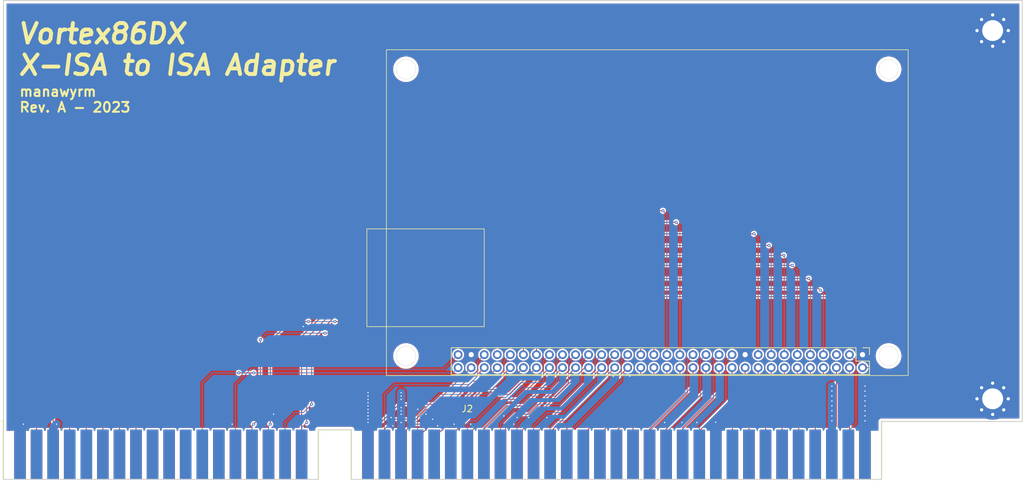
<source format=kicad_pcb>
(kicad_pcb (version 20221018) (generator pcbnew)
  (layers (0 "F.Cu" signal) (1 "In1.Cu" signal) (2 "In2.Cu" signal) (31 "B.Cu" signal) (34 "B.Paste" user) (35 "F.Paste" user) (36 "B.SilkS" user "B.Silkscreen") (37 "F.SilkS" user "F.Silkscreen") (38 "B.Mask" user) (39 "F.Mask" user) (44 "Edge.Cuts" user))
  (net 0 "")
  (net 1 "GND")
  (net 2 "+5V")
  (net 3 "/IO{slash}~{IOCHK}")
  (net 4 "/DB6{slash}SD6")
  (net 5 "/DB5{slash}SD5")
  (net 6 "/DB4{slash}SD4")
  (net 7 "/DB3{slash}SD3")
  (net 8 "/DB2{slash}SD2")
  (net 9 "/DB1{slash}SD1")
  (net 10 "/DB0{slash}SD0")
  (net 11 "/IO_READY{slash}IOCHRDY")
  (net 12 "/AEN")
  (net 13 "/BA19{slash}SA19")
  (net 14 "/BA18{slash}SA18")
  (net 15 "/BA17{slash}SA17")
  (net 16 "/BA16{slash}SA16")
  (net 17 "/BA15{slash}SA15")
  (net 18 "/BA14{slash}SA14")
  (net 19 "/BA13{slash}SA13")
  (net 20 "/BA12{slash}SA12")
  (net 21 "/BA1{slash}SA1")
  (net 22 "/BA10{slash}SA10")
  (net 23 "/BA9{slash}SA9")
  (net 24 "/BA8{slash}SA8")
  (net 25 "/BA7{slash}SA7")
  (net 26 "/BA6{slash}SA6")
  (net 27 "/BA5{slash}SA5")
  (net 28 "/BA4{slash}SA4")
  (net 29 "/BA3{slash}SA3")
  (net 30 "/DB7{slash}SD7")
  (net 31 "/BA2{slash}SA2")
  (net 32 "/BA0{slash}SA0")
  (net 33 "/RESET")
  (net 34 "/IRQ2{slash}IRQ9")
  (net 35 "-5V")
  (net 36 "/DRQ2")
  (net 37 "-12V")
  (net 38 "/~{SRDY}")
  (net 39 "+12V")
  (net 40 "/~{SMEMW}")
  (net 41 "/~{SMEMR}")
  (net 42 "/~{IOW}")
  (net 43 "/~{IOR}")
  (net 44 "/DRQ3")
  (net 45 "/DRQ1")
  (net 46 "/CLK{slash}BCLK")
  (net 47 "/IRQ7")
  (net 48 "/IRQ6")
  (net 49 "/IRQ5")
  (net 50 "/IRQ4")
  (net 51 "/IRQ3")
  (net 52 "/TC")
  (net 53 "/ALE{slash}BALE")
  (net 54 "/OSC")
  (net 55 "/LA23")
  (net 56 "/LA22")
  (net 57 "/LA21")
  (net 58 "/LA20")
  (net 59 "/LA19")
  (net 60 "/LA18")
  (net 61 "/LA17")
  (net 62 "/D8{slash}SD8")
  (net 63 "/D9{slash}SD9")
  (net 64 "/D10{slash}SD10")
  (net 65 "/D11{slash}SD11")
  (net 66 "/D12{slash}SD12")
  (net 67 "/D13{slash}SD13")
  (net 68 "/D14{slash}SD14")
  (net 69 "/D15{slash}SD15")
  (net 70 "/IRQ10")
  (net 71 "/IRQ11")
  (net 72 "/IRQ12")
  (net 73 "/IRQ15")
  (net 74 "/IRQ14")
  (net 75 "/DRQ0")
  (net 76 "/DRQ5")
  (net 77 "/DRQ6")
  (net 78 "/~{DACK7}")
  (net 79 "/DRQ7")
  (net 80 "/MASTER{slash}~{MASTER}")
  (net 81 "/BA11{slash}SA11")
  (net 82 "/~{DACK3")
  (net 83 "/~{DACK1")
  (net 84 "/~{REFRESH")
  (net 85 "/~{DACK2")
  (net 86 "/~{MEMCS16")
  (net 87 "/~{IOCS16")
  (net 88 "/~{DACK0")
  (net 89 "/~{DACK5")
  (net 90 "/~{DACK6")
  (net 91 "/SBHE{slash}~{SBHE")
  (net 92 "/~{MEMR")
  (net 93 "/~{MEMW")
  (footprint "MountingHole:MountingHole_3.2mm_M3_Pad_Via" (layer "F.Cu") (at 195.08 149.015)
    (fp_text reference "H1" hide)
    (fp_text value "~" hide)
  )
  (footprint "MountingHole:MountingHole_3.2mm_M3_Pad_Via" (layer "F.Cu") (at 195.08 92.5)
    (fp_text reference "H2" hide)
    (fp_text value "~" hide)
  )
  (footprint "Connector_PCBEdge:BUS_AT" (layer "F.Cu") (at 175.5 157.54)
    (fp_text reference "J2")
    (fp_text value "Bus_ISA_16bit" hide)
  )
  (footprint "VortexDX:VDX-6317" (layer "F.Cu") (at 102.132 95.44)
    (fp_text reference "U1" hide)
    (fp_text value "~" hide)
    (fp_circle (center 3 3) (end 4.5 3) (stroke (width 0.05)) (fill none) (layer "Edge.Cuts"))
    (fp_circle (center 3 47) (end 4.5 47) (stroke (width 0.05)) (fill none) (layer "Edge.Cuts"))
    (fp_circle (center 77 3) (end 78.5 3) (stroke (width 0.05)) (fill none) (layer "Edge.Cuts"))
    (fp_circle (center 77 47) (end 78.5 47) (stroke (width 0.05)) (fill none) (layer "Edge.Cuts"))
  )
  (gr_line (start 43.42 161.39) (end 91.68 161.39) (stroke (width 0.15)) (layer "Edge.Cuts"))
  (gr_line (start 96.76 161.39) (end 178.04 161.39) (stroke (width 0.15)) (layer "Edge.Cuts"))
  (gr_line (start 43.42 87.884) (end 43.42 161.39) (stroke (width 0.15)) (layer "Edge.Cuts"))
  (gr_line (start 199.63 152.5) (end 199.63 87.884) (stroke (width 0.15)) (layer "Edge.Cuts"))
  (gr_line (start 199.63 87.884) (end 43.42 87.884) (stroke (width 0.15)) (layer "Edge.Cuts"))
  (gr_line (start 96.76 153.77) (end 96.76 161.39) (stroke (width 0.15)) (layer "Edge.Cuts"))
  (gr_line (start 178.04 161.39) (end 178.04 152.5) (stroke (width 0.15)) (layer "Edge.Cuts"))
  (gr_line (start 178.04 152.5) (end 199.63 152.5) (stroke (width 0.15)) (layer "Edge.Cuts"))
  (gr_line (start 91.68 161.39) (end 91.68 153.77) (stroke (width 0.15)) (layer "Edge.Cuts"))
  (gr_line (start 91.68 153.77) (end 96.76 153.77) (stroke (width 0.15)) (layer "Edge.Cuts"))
  (gr_text "manawyrm \nRev. A - 2023" (at 45.72 105.156) (layer "F.SilkS") (effects (font (size 1.5 1.5) (thickness 0.3) bold) (justify left bottom)))
  (gr_text "Vortex86DX\nX-ISA to ISA Adapter\n" (at 45.466 99.568) (layer "F.SilkS") (effects (font (size 3 3) (thickness 0.6) bold italic) (justify left bottom)))
  (via (at 147.447 152.654) (size 0.45) (drill 0.2) (layers "F.Cu" "B.Cu") (net 1))
  (via (at 84.836 151.384) (size 0.45) (drill 0.2) (layers "F.Cu" "B.Cu") (net 1))
  (via (at 99.314 152.654) (size 0.45) (drill 0.2) (layers "F.Cu" "B.Cu") (net 1))
  (via (at 175.514 151.638) (size 0.45) (drill 0.2) (layers "F.Cu" "B.Cu") (net 1))
  (via (at 126.746 151.892) (size 0.45) (drill 0.2) (layers "F.Cu" "B.Cu") (net 1))
  (via (at 99.314 151.13) (size 0.45) (drill 0.2) (layers "F.Cu" "B.Cu") (net 1))
  (via (at 175.514 147.828) (size 0.45) (drill 0.2) (layers "F.Cu" "B.Cu") (net 1))
  (via (at 121.666 152.908) (size 0.45) (drill 0.2) (layers "F.Cu" "B.Cu") (net 1))
  (via (at 99.314 152.146) (size 0.45) (drill 0.2) (layers "F.Cu" "B.Cu") (net 1))
  (via (at 120.142 151.638) (size 0.45) (drill 0.2) (layers "F.Cu" "B.Cu") (net 1))
  (via (at 108.204 151.384) (size 0.45) (drill 0.2) (layers "F.Cu" "B.Cu") (net 1))
  (via (at 103.124 153.162) (size 0.45) (drill 0.2) (layers "F.Cu" "B.Cu") (net 1))
  (via (at 99.314 149.606) (size 0.45) (drill 0.2) (layers "F.Cu" "B.Cu") (net 1))
  (via (at 106.934 150.622) (size 0.45) (drill 0.2) (layers "F.Cu" "B.Cu") (net 1))
  (via (at 149.733 152.654) (size 0.45) (drill 0.2) (layers "F.Cu" "B.Cu") (net 1))
  (via (at 112.522 152.908) (size 0.45) (drill 0.2) (layers "F.Cu" "B.Cu") (net 1))
  (via (at 175.514 147.066) (size 0.45) (drill 0.2) (layers "F.Cu" "B.Cu") (net 1))
  (via (at 78.486 152.908) (size 0.45) (drill 0.2) (layers "F.Cu" "B.Cu") (net 1))
  (via (at 99.314 151.638) (size 0.45) (drill 0.2) (layers "F.Cu" "B.Cu") (net 1))
  (via (at 136.906 145.542) (size 0.45) (drill 0.2) (layers "F.Cu" "B.Cu") (net 1))
  (via (at 175.514 150.114) (size 0.45) (drill 0.2) (layers "F.Cu" "B.Cu") (net 1))
  (via (at 99.314 149.098) (size 0.45) (drill 0.2) (layers "F.Cu" "B.Cu") (net 1))
  (via (at 139.446 145.542) (size 0.45) (drill 0.2) (layers "F.Cu" "B.Cu") (net 1))
  (via (at 123.952 151.892) (size 0.45) (drill 0.2) (layers "F.Cu" "B.Cu") (net 1))
  (via (at 175.514 150.876) (size 0.45) (drill 0.2) (layers "F.Cu" "B.Cu") (net 1))
  (via (at 99.314 148.082) (size 0.45) (drill 0.2) (layers "F.Cu" "B.Cu") (net 1))
  (via (at 102.87 151.892) (size 0.45) (drill 0.2) (layers "F.Cu" "B.Cu") (net 1))
  (via (at 175.514 152.4) (size 0.45) (drill 0.2) (layers "F.Cu" "B.Cu") (net 1))
  (via (at 109.982 153.162) (size 0.45) (drill 0.2) (layers "F.Cu" "B.Cu") (net 1))
  (via (at 122.174 151.892) (size 0.45) (drill 0.2) (layers "F.Cu" "B.Cu") (net 1))
  (via (at 126.746 145.542) (size 0.45) (drill 0.2) (layers "F.Cu" "B.Cu") (net 1))
  (via (at 175.514 148.59) (size 0.45) (drill 0.2) (layers "F.Cu" "B.Cu") (net 1))
  (via (at 152.61455 152.61455) (size 0.45) (drill 0.2) (layers "F.Cu" "B.Cu") (net 1))
  (via (at 115.062 152.908) (size 0.45) (drill 0.2) (layers "F.Cu" "B.Cu") (net 1))
  (via (at 99.314 150.622) (size 0.45) (drill 0.2) (layers "F.Cu" "B.Cu") (net 1))
  (via (at 109.22 152.146) (size 0.45) (drill 0.2) (layers "F.Cu" "B.Cu") (net 1))
  (via (at 99.314 150.114) (size 0.45) (drill 0.2) (layers "F.Cu" "B.Cu") (net 1))
  (via (at 89.408 137.922) (size 0.45) (drill 0.2) (layers "F.Cu" "B.Cu") (net 1))
  (via (at 175.514 149.352) (size 0.45) (drill 0.2) (layers "F.Cu" "B.Cu") (net 1))
  (via (at 99.314 148.59) (size 0.45) (drill 0.2) (layers "F.Cu" "B.Cu") (net 1))
  (via (at 46.482 152.908) (size 0.45) (drill 0.2) (layers "F.Cu" "B.Cu") (net 1))
  (via (at 144.78 152.654) (size 0.45) (drill 0.2) (layers "F.Cu" "B.Cu") (net 1))
  (segment (start 99.314 148.59) (end 99.314 148.082) (width 1.27) (layer "B.Cu") (net 1))
  (segment (start 175.5 157.54) (end 175.5 152.414) (width 1.27) (layer "B.Cu") (net 1))
  (segment (start 175.514 152.146) (end 175.514 151.638) (width 1.27) (layer "B.Cu") (net 1))
  (segment (start 152.64 157.54) (end 152.64 152.64) (width 1.27) (layer "B.Cu") (net 1))
  (segment (start 175.5 152.16) (end 175.514 152.146) (width 1.27) (layer "B.Cu") (net 1))
  (segment (start 99.314 152.146) (end 99.314 151.638) (width 1.27) (layer "B.Cu") (net 1))
  (segment (start 175.514 147.828) (end 175.514 147.066) (width 1.27) (layer "B.Cu") (net 1))
  (segment (start 175.514 148.59) (end 175.514 147.828) (width 1.27) (layer "B.Cu") (net 1))
  (segment (start 45.96 153.43) (end 46.482 152.908) (width 1.27) (layer "B.Cu") (net 1))
  (segment (start 152.64 152.64) (end 152.61455 152.61455) (width 1.27) (layer "B.Cu") (net 1))
  (segment (start 99.314 152.654) (end 99.314 152.146) (width 1.27) (layer "B.Cu") (net 1))
  (segment (start 99.314 151.638) (end 99.314 151.13) (width 1.27) (layer "B.Cu") (net 1))
  (segment (start 99.314 149.098) (end 99.314 148.59) (width 1.27) (layer "B.Cu") (net 1))
  (segment (start 45.96 157.54) (end 45.96 153.43) (width 1.27) (layer "B.Cu") (net 1))
  (segment (start 175.5 152.386) (end 175.5 152.16) (width 1.27) (layer "B.Cu") (net 1))
  (segment (start 175.514 151.638) (end 175.514 150.876) (width 1.27) (layer "B.Cu") (net 1))
  (segment (start 99.3 152.668) (end 99.314 152.654) (width 1.27) (layer "B.Cu") (net 1))
  (segment (start 99.3 157.54) (end 99.3 152.668) (width 1.27) (layer "B.Cu") (net 1))
  (segment (start 175.514 152.4) (end 175.5 152.386) (width 1.27) (layer "B.Cu") (net 1))
  (segment (start 99.314 150.114) (end 99.314 149.606) (width 1.27) (layer "B.Cu") (net 1))
  (segment (start 99.314 151.13) (end 99.314 150.622) (width 1.27) (layer "B.Cu") (net 1))
  (segment (start 175.514 150.114) (end 175.514 149.352) (width 1.27) (layer "B.Cu") (net 1))
  (segment (start 175.514 149.352) (end 175.514 148.59) (width 1.27) (layer "B.Cu") (net 1))
  (segment (start 99.314 150.622) (end 99.314 150.114) (width 1.27) (layer "B.Cu") (net 1))
  (segment (start 175.5 152.414) (end 175.514 152.4) (width 1.27) (layer "B.Cu") (net 1))
  (segment (start 175.514 150.876) (end 175.514 150.114) (width 1.27) (layer "B.Cu") (net 1))
  (segment (start 99.314 149.606) (end 99.314 149.098) (width 1.27) (layer "B.Cu") (net 1))
  (via (at 104.394 150.876) (size 0.45) (drill 0.2) (layers "F.Cu" "B.Cu") (net 2))
  (via (at 170.434 148.59) (size 0.45) (drill 0.2) (layers "F.Cu" "B.Cu") (net 2))
  (via (at 170.434 147.828) (size 0.45) (drill 0.2) (layers "F.Cu" "B.Cu") (net 2))
  (via (at 104.394 149.098) (size 0.45) (drill 0.2) (layers "F.Cu" "B.Cu") (net 2))
  (via (at 104.394 151.384) (size 0.45) (drill 0.2) (layers "F.Cu" "B.Cu") (net 2))
  (via (at 170.434 152.4) (size 0.45) (drill 0.2) (layers "F.Cu" "B.Cu") (net 2))
  (via (at 104.394 148.59) (size 0.45) (drill 0.2) (layers "F.Cu" "B.Cu") (net 2))
  (via (at 170.434 151.638) (size 0.45) (drill 0.2) (layers "F.Cu" "B.Cu") (net 2))
  (via (at 104.394 150.368) (size 0.45) (drill 0.2) (layers "F.Cu" "B.Cu") (net 2))
  (via (at 170.434 147.066) (size 0.45) (drill 0.2) (layers "F.Cu" "B.Cu") (net 2))
  (via (at 104.394 152.654) (size 0.45) (drill 0.2) (layers "F.Cu" "B.Cu") (net 2))
  (via (at 170.434 149.352) (size 0.45) (drill 0.2) (layers "F.Cu" "B.Cu") (net 2))
  (via (at 170.434 150.114) (size 0.45) (drill 0.2) (layers "F.Cu" "B.Cu") (net 2))
  (via (at 104.394 148.082) (size 0.45) (drill 0.2) (layers "F.Cu" "B.Cu") (net 2))
  (via (at 170.434 150.876) (size 0.45) (drill 0.2) (layers "F.Cu" "B.Cu") (net 2))
  (via (at 51.562 152.908) (size 0.45) (drill 0.2) (layers "F.Cu" "B.Cu") (net 2))
  (segment (start 170.434 152.4) (end 170.42 152.386) (width 1.27) (layer "B.Cu") (net 2))
  (segment (start 170.434 150.114) (end 170.434 150.876) (width 1.27) (layer "B.Cu") (net 2))
  (segment (start 170.42 152.16) (end 170.434 152.146) (width 1.27) (layer "B.Cu") (net 2))
  (segment (start 170.42 152.386) (end 170.42 152.16) (width 1.27) (layer "B.Cu") (net 2))
  (segment (start 104.394 148.59) (end 104.394 148.082) (width 1.27) (layer "B.Cu") (net 2))
  (segment (start 104.394 150.876) (end 104.394 150.368) (width 1.27) (layer "B.Cu") (net 2))
  (segment (start 104.38 152.922) (end 104.394 152.908) (width 1.27) (layer "B.Cu") (net 2))
  (segment (start 104.394 152.908) (end 104.394 152.654) (width 1.27) (layer "B.Cu") (net 2))
  (segment (start 51.04 157.54) (end 51.04 153.43) (width 1.27) (layer "B.Cu") (net 2))
  (segment (start 51.04 153.43) (end 51.562 152.908) (width 1.27) (layer "B.Cu") (net 2))
  (segment (start 170.434 150.876) (end 170.434 151.638) (width 1.27) (layer "B.Cu") (net 2))
  (segment (start 170.42 157.54) (end 170.42 152.414) (width 1.27) (layer "B.Cu") (net 2))
  (segment (start 170.434 147.066) (end 170.434 147.828) (width 1.27) (layer "B.Cu") (net 2))
  (segment (start 170.434 148.59) (end 170.434 149.352) (width 1.27) (layer "B.Cu") (net 2))
  (segment (start 170.434 151.638) (end 170.434 152.146) (width 1.27) (layer "B.Cu") (net 2))
  (segment (start 104.394 151.384) (end 104.394 150.876) (width 1.27) (layer "B.Cu") (net 2))
  (segment (start 104.394 150.368) (end 104.394 149.098) (width 1.27) (layer "B.Cu") (net 2))
  (segment (start 104.394 152.654) (end 104.394 151.638) (width 1.27) (layer "B.Cu") (net 2))
  (segment (start 170.434 147.828) (end 170.434 148.59) (width 1.27) (layer "B.Cu") (net 2))
  (segment (start 170.434 149.352) (end 170.434 150.114) (width 1.27) (layer "B.Cu") (net 2))
  (segment (start 104.394 149.098) (end 104.394 148.59) (width 1.27) (layer "B.Cu") (net 2))
  (segment (start 104.394 151.638) (end 104.394 151.384) (width 1.27) (layer "B.Cu") (net 2))
  (segment (start 170.42 152.414) (end 170.434 152.4) (width 1.27) (layer "B.Cu") (net 2))
  (segment (start 104.38 157.54) (end 104.38 152.922) (width 1.27) (layer "B.Cu") (net 2))
  (segment (start 171.132 153.226) (end 170.42 153.938) (width 0.127) (layer "F.Cu") (net 4))
  (segment (start 171.132 144.24) (end 171.132 153.226) (width 0.127) (layer "F.Cu") (net 4))
  (segment (start 170.42 153.938) (end 170.42 157.54) (width 0.127) (layer "F.Cu") (net 4))
  (segment (start 169.132 151.162) (end 167.88 152.414) (width 0.127) (layer "F.Cu") (net 5))
  (segment (start 169.132 144.24) (end 169.132 151.162) (width 0.127) (layer "F.Cu") (net 5))
  (segment (start 167.88 152.414) (end 167.88 157.54) (width 0.127) (layer "F.Cu") (net 5))
  (segment (start 167.132 151.13) (end 167.132 144.24) (width 0.127) (layer "F.Cu") (net 6))
  (segment (start 165.34 157.54) (end 165.34 152.922) (width 0.127) (layer "F.Cu") (net 6))
  (segment (start 165.34 152.922) (end 167.132 151.13) (width 0.127) (layer "F.Cu") (net 6))
  (segment (start 165.132 150.336) (end 162.8 152.668) (width 0.127) (layer "F.Cu") (net 7))
  (segment (start 165.132 144.24) (end 165.132 150.336) (width 0.127) (layer "F.Cu") (net 7))
  (segment (start 162.8 152.668) (end 162.8 157.54) (width 0.127) (layer "F.Cu") (net 7))
  (segment (start 163.132 150.304) (end 163.132 144.24) (width 0.127) (layer "F.Cu") (net 8))
  (segment (start 160.26 153.176) (end 163.132 150.304) (width 0.127) (layer "F.Cu") (net 8))
  (segment (start 160.26 157.54) (end 160.26 153.176) (width 0.127) (layer "F.Cu") (net 8))
  (segment (start 161.132 144.24) (end 161.132 149.51) (width 0.127) (layer "F.Cu") (net 9))
  (segment (start 161.132 149.51) (end 157.72 152.922) (width 0.127) (layer "F.Cu") (net 9))
  (segment (start 157.72 152.922) (end 157.72 157.54) (width 0.127) (layer "F.Cu") (net 9))
  (segment (start 159.132 148.462) (end 159.132 144.24) (width 0.127) (layer "F.Cu") (net 10))
  (segment (start 155.18 157.54) (end 155.18 152.414) (width 0.127) (layer "F.Cu") (net 10))
  (segment (start 155.18 152.414) (end 159.132 148.462) (width 0.127) (layer "F.Cu") (net 10))
  (segment (start 152.4 157.3) (end 152.64 157.54) (width 0.127) (layer "F.Cu") (net 11))
  (segment (start 157.132 148.684) (end 152.4 153.416) (width 0.127) (layer "F.Cu") (net 11))
  (segment (start 157.132 144.24) (end 157.132 148.684) (width 0.127) (layer "F.Cu") (net 11))
  (segment (start 152.4 153.416) (end 152.4 157.3) (width 0.127) (layer "F.Cu") (net 11))
  (segment (start 150.1 153.938) (end 155.132 148.906) (width 0.127) (layer "F.Cu") (net 12))
  (segment (start 155.132 148.906) (end 155.132 144.24) (width 0.127) (layer "F.Cu") (net 12))
  (segment (start 150.1 157.54) (end 150.1 153.938) (width 0.127) (layer "F.Cu") (net 12))
  (segment (start 147.56 153.43) (end 147.56 157.54) (width 0.127) (layer "F.Cu") (net 13))
  (segment (start 153.132 147.858) (end 147.56 153.43) (width 0.127) (layer "F.Cu") (net 13))
  (segment (start 153.132 144.24) (end 153.132 147.858) (width 0.127) (layer "F.Cu") (net 13))
  (segment (start 145.02 157.54) (end 145.02 153.684) (width 0.127) (layer "F.Cu") (net 14))
  (segment (start 151.132 147.572) (end 151.132 144.24) (width 0.127) (layer "F.Cu") (net 14))
  (segment (start 145.02 153.684) (end 151.132 147.572) (width 0.127) (layer "F.Cu") (net 14))
  (segment (start 142.48 153.684) (end 149.132 147.032) (width 0.127) (layer "F.Cu") (net 15))
  (segment (start 149.132 147.032) (end 149.132 144.24) (width 0.127) (layer "F.Cu") (net 15))
  (segment (start 142.48 157.54) (end 142.48 153.684) (width 0.127) (layer "F.Cu") (net 15))
  (segment (start 147.132 146.238) (end 139.94 153.43) (width 0.127) (layer "F.Cu") (net 16))
  (segment (start 139.94 153.43) (end 139.94 157.54) (width 0.127) (layer "F.Cu") (net 16))
  (segment (start 147.132 144.24) (end 147.132 146.238) (width 0.127) (layer "F.Cu") (net 16))
  (segment (start 145.132 146.206) (end 145.132 144.24) (width 0.127) (layer "F.Cu") (net 17))
  (segment (start 137.4 153.938) (end 145.132 146.206) (width 0.127) (layer "F.Cu") (net 17))
  (segment (start 137.4 157.54) (end 137.4 153.938) (width 0.127) (layer "F.Cu") (net 17))
  (segment (start 143.132 146.174) (end 134.86 154.446) (width 0.127) (layer "F.Cu") (net 18))
  (segment (start 143.132 144.24) (end 143.132 146.174) (width 0.127) (layer "F.Cu") (net 18))
  (segment (start 134.86 154.446) (end 134.86 157.54) (width 0.127) (layer "F.Cu") (net 18))
  (segment (start 141.132 144.24) (end 141.132 145.634) (width 0.127) (layer "F.Cu") (net 19))
  (segment (start 132.32 154.446) (end 132.32 157.54) (width 0.127) (layer "F.Cu") (net 19))
  (segment (start 141.132 145.634) (end 132.32 154.446) (width 0.127) (layer "F.Cu") (net 19))
  (segment (start 132.32 157.54) (end 132.32 153.938) (width 0.127) (layer "F.Cu") (net 19))
  (segment (start 139.132 144.24) (end 129.78 153.592) (width 0.127) (layer "F.Cu") (net 20))
  (segment (start 129.78 153.592) (end 129.78 157.54) (width 0.127) (layer "F.Cu") (net 20))
  (segment (start 109.982 150.622) (end 108.204 150.622) (width 0.127) (layer "F.Cu") (net 21))
  (segment (start 101.84 153.684) (end 101.84 157.54) (width 0.127) (layer "F.Cu") (net 21))
  (segment (start 115.83 145.542) (end 115.062 145.542) (width 0.127) (layer "F.Cu") (net 21))
  (segment (start 106.68 152.146) (end 103.378 152.146) (width 0.127) (layer "F.Cu") (net 21))
  (segment (start 115.062 145.542) (end 109.982 150.622) (width 0.127) (layer "F.Cu") (net 21))
  (segment (start 108.204 150.622) (end 106.68 152.146) (width 0.127) (layer "F.Cu") (net 21))
  (segment (start 103.378 152.146) (end 101.84 153.684) (width 0.127) (layer "F.Cu") (net 21))
  (segment (start 117.132 144.24) (end 115.83 145.542) (width 0.127) (layer "F.Cu") (net 21))
  (segment (start 135.132 144.24) (end 124.7 154.672) (width 0.127) (layer "F.Cu") (net 22))
  (segment (start 124.7 154.672) (end 124.7 157.54) (width 0.127) (layer "F.Cu") (net 22))
  (segment (start 122.16 154.62) (end 132.54 144.24) (width 0.127) (layer "F.Cu") (net 23))
  (segment (start 122.16 157.54) (end 122.16 154.62) (width 0.127) (layer "F.Cu") (net 23))
  (segment (start 132.54 144.24) (end 133.132 144.24) (width 0.127) (layer "F.Cu") (net 23))
  (segment (start 121.92 151.384) (end 123.988 151.384) (width 0.127) (layer "F.Cu") (net 24))
  (segment (start 120.396 152.908) (end 121.92 151.384) (width 0.127) (layer "F.Cu") (net 24))
  (segment (start 123.988 151.384) (end 131.132 144.24) (width 0.127) (layer "F.Cu") (net 24))
  (segment (start 120.396 154.223) (end 120.396 152.908) (width 0.127) (layer "F.Cu") (net 24))
  (segment (start 119.62 154.999) (end 120.396 154.223) (width 0.127) (layer "F.Cu") (net 24))
  (segment (start 119.62 157.54) (end 119.62 154.999) (width 0.127) (layer "F.Cu") (net 24))
  (segment (start 123.258 150.114) (end 120.65 150.114) (width 0.127) (layer "F.Cu") (net 25))
  (segment (start 129.132 144.24) (end 123.258 150.114) (width 0.127) (layer "F.Cu") (net 25))
  (segment (start 117.08 153.684) (end 117.08 157.54) (width 0.127) (layer "F.Cu") (net 25))
  (segment (start 120.65 150.114) (end 117.08 153.684) (width 0.127) (layer "F.Cu") (net 25))
  (segment (start 120.062 149.098) (end 122.274 149.098) (width 0.127) (layer "F.Cu") (net 26))
  (segment (start 114.54 157.54) (end 114.54 154.62) (width 0.127) (layer "F.Cu") (net 26))
  (segment (start 114.54 154.62) (end 120.062 149.098) (width 0.127) (layer "F.Cu") (net 26))
  (segment (start 122.274 149.098) (end 127.132 144.24) (width 0.127) (layer "F.Cu") (net 26))
  (segment (start 118.364 148.336) (end 112 154.7) (width 0.127) (layer "F.Cu") (net 27))
  (segment (start 112 154.7) (end 112 157.54) (width 0.127) (layer "F.Cu") (net 27))
  (segment (start 125.132 144.24) (end 121.036 148.336) (width 0.127) (layer "F.Cu") (net 27))
  (segment (start 121.036 148.336) (end 118.364 148.336) (width 0.127) (layer "F.Cu") (net 27))
  (segment (start 119.798 147.574) (end 116.885 147.574) (width 0.127) (layer "F.Cu") (net 28))
  (segment (start 116.885 147.574) (end 109.46 154.999) (width 0.127) (layer "F.Cu") (net 28))
  (segment (start 109.46 154.999) (end 109.46 157.54) (width 0.127) (layer "F.Cu") (net 28))
  (segment (start 123.132 144.24) (end 119.798 147.574) (width 0.127) (layer "F.Cu") (net 28))
  (segment (start 106.92 154.999) (end 106.92 157.54) (width 0.127) (layer "F.Cu") (net 29))
  (segment (start 109.2425 152.6765) (end 106.92 154.999) (width 0.127) (layer "F.Cu") (net 29))
  (segment (start 110.4675 152.6765) (end 109.2425 152.6765) (width 0.127) (layer "F.Cu") (net 29))
  (segment (start 121.132 144.24) (end 118.56 146.812) (width 0.127) (layer "F.Cu") (net 29))
  (segment (start 116.332 146.812) (end 110.4675 152.6765) (width 0.127) (layer "F.Cu") (net 29))
  (segment (start 118.56 146.812) (end 116.332 146.812) (width 0.127) (layer "F.Cu") (net 29))
  (segment (start 173.132 157.368) (end 172.96 157.54) (width 0.127) (layer "F.Cu") (net 30))
  (segment (start 173.132 144.24) (end 173.132 157.368) (width 0.127) (layer "F.Cu") (net 30))
  (segment (start 115.316 146.304) (end 110.109 151.511) (width 0.127) (layer "F.Cu") (net 31))
  (segment (start 104.38 154.62) (end 106.092 152.908) (width 0.127) (layer "F.Cu") (net 31))
  (segment (start 107.442 152.908) (end 108.839 151.511) (width 0.127) (layer "F.Cu") (net 31))
  (segment (start 104.38 157.54) (end 104.38 154.62) (width 0.127) (layer "F.Cu") (net 31))
  (segment (start 116.586 146.304) (end 117.348 145.542) (width 0.127) (layer "F.Cu") (net 31))
  (segment (start 115.316 146.304) (end 116.586 146.304) (width 0.127) (layer "F.Cu") (net 31))
  (segment (start 106.092 152.908) (end 107.442 152.908) (width 0.127) (layer "F.Cu") (net 31))
  (segment (start 117.348 145.542) (end 117.83 145.542) (width 0.127) (layer "F.Cu") (net 31))
  (segment (start 110.109 151.511) (end 108.839 151.511) (width 0.127) (layer "F.Cu") (net 31))
  (segment (start 117.83 145.542) (end 119.132 144.24) (width 0.127) (layer "F.Cu") (net 31))
  (segment (start 99.3 153.938) (end 99.3 157.54) (width 0.127) (layer "F.Cu") (net 32))
  (segment (start 114.573 144.799) (end 115.132 144.24) (width 0.127) (layer "F.Cu") (net 32))
  (segment (start 99.3 157.54) (end 99.3 154.62) (width 0.127) (layer "F.Cu") (net 32))
  (segment (start 99.3 154.62) (end 104.06 149.86) (width 0.127) (layer "F.Cu") (net 32))
  (segment (start 109.474 149.86) (end 114.535 144.799) (width 0.127) (layer "F.Cu") (net 32))
  (segment (start 104.06 149.86) (end 109.474 149.86) (width 0.127) (layer "F.Cu") (net 32))
  (segment (start 114.535 144.799) (end 114.573 144.799) (width 0.127) (layer "F.Cu") (net 32))
  (segment (start 174.148 143.256) (end 174.148 152.75) (width 0.127) (layer "B.Cu") (net 33))
  (segment (start 172.96 153.938) (end 172.96 157.54) (width 0.127) (layer "B.Cu") (net 33))
  (segment (start 174.148 152.75) (end 172.96 153.938) (width 0.127) (layer "B.Cu") (net 33))
  (segment (start 173.132 142.24) (end 174.148 143.256) (width 0.127) (layer "B.Cu") (net 33))
  (segment (start 150.1 157.54) (end 150.1 153.43) (width 0.127) (layer "B.Cu") (net 40))
  (segment (start 154.178 143.194) (end 155.132 142.24) (width 0.127) (layer "B.Cu") (net 40))
  (segment (start 154.178 149.352) (end 154.178 143.194) (width 0.127) (layer "B.Cu") (net 40))
  (segment (start 150.1 153.43) (end 154.178 149.352) (width 0.127) (layer "B.Cu") (net 40))
  (segment (start 152.2665 148.9775) (end 147.56 153.684) (width 0.127) (layer "B.Cu") (net 41))
  (segment (start 147.56 153.684) (end 147.56 157.54) (width 0.127) (layer "B.Cu") (net 41))
  (segment (start 152.2665 143.1055) (end 152.2665 148.9775) (width 0.127) (layer "B.Cu") (net 41))
  (segment (start 153.132 142.24) (end 152.2665 143.1055) (width 0.127) (layer "B.Cu") (net 41))
  (segment (start 145.02 157.54) (end 145.02 154.192) (width 0.127) (layer "B.Cu") (net 42))
  (segment (start 145.02 154.192) (end 150.2665 148.9455) (width 0.127) (layer "B.Cu") (net 42))
  (segment (start 150.2665 148.9455) (end 150.2665 143.1055) (width 0.127) (layer "B.Cu") (net 42))
  (segment (start 150.2665 143.1055) (end 151.132 142.24) (width 0.127) (layer "B.Cu") (net 42))
  (segment (start 148.2665 143.1055) (end 148.2665 146.558) (width 0.127) (layer "B.Cu") (net 43))
  (segment (start 142.48 157.54) (end 142.48 153.938) (width 0.127) (layer "B.Cu") (net 43))
  (segment (start 148.2665 148.1515) (end 148.2665 146.558) (width 0.127) (layer "B.Cu") (net 43))
  (segment (start 149.132 142.24) (end 148.2665 143.1055) (width 0.127) (layer "B.Cu") (net 43))
  (segment (start 142.48 153.938) (end 148.2665 148.1515) (width 0.127) (layer "B.Cu") (net 43))
  (segment (start 148.2665 146.558) (end 148.2665 146.7425) (width 0.127) (layer "B.Cu") (net 43))
  (segment (start 136.144 143.228) (end 136.144 145.796) (width 0.127) (layer "B.Cu") (net 46))
  (segment (start 137.132 142.24) (end 136.144 143.228) (width 0.127) (layer "B.Cu") (net 46))
  (segment (start 129.54 152.4) (end 128.27 152.4) (width 0.127) (layer "B.Cu") (net 46))
  (segment (start 128.27 152.4) (end 127.24 153.43) (width 0.127) (layer "B.Cu") (net 46))
  (segment (start 127.24 153.43) (end 127.24 157.54) (width 0.127) (layer "B.Cu") (net 46))
  (segment (start 136.144 145.796) (end 129.54 152.4) (width 0.127) (layer "B.Cu") (net 46))
  (segment (start 126.746 151.13) (end 124.7 153.176) (width 0.127) (layer "B.Cu") (net 47))
  (segment (start 129.286 151.13) (end 126.746 151.13) (width 0.127) (layer "B.Cu") (net 47))
  (segment (start 135.132 142.24) (end 134.112 143.26) (width 0.127) (layer "B.Cu") (net 47))
  (segment (start 134.112 146.304) (end 129.286 151.13) (width 0.127) (layer "B.Cu") (net 47))
  (segment (start 134.112 143.26) (end 134.112 146.304) (width 0.127) (layer "B.Cu") (net 47))
  (segment (start 124.7 153.176) (end 124.7 157.54) (width 0.127) (layer "B.Cu") (net 47))
  (segment (start 132.08 143.292) (end 132.08 146.558) (width 0.127) (layer "B.Cu") (net 48))
  (segment (start 132.08 146.558) (end 128.778 149.86) (width 0.127) (layer "B.Cu") (net 48))
  (segment (start 122.16 152.922) (end 122.16 157.54) (width 0.127) (layer "B.Cu") (net 48))
  (segment (start 128.778 149.86) (end 125.222 149.86) (width 0.127) (layer "B.Cu") (net 48))
  (segment (start 125.222 149.86) (end 122.16 152.922) (width 0.127) (layer "B.Cu") (net 48))
  (segment (start 133.132 142.24) (end 132.08 143.292) (width 0.127) (layer "B.Cu") (net 48))
  (segment (start 128.016 148.59) (end 123.952 148.59) (width 0.127) (layer "B.Cu") (net 49))
  (segment (start 130.048 143.324) (end 130.048 146.558) (width 0.127) (layer "B.Cu") (net 49))
  (segment (start 131.132 142.24) (end 130.048 143.324) (width 0.127) (layer "B.Cu") (net 49))
  (segment (start 123.952 148.59) (end 119.62 152.922) (width 0.127) (layer "B.Cu") (net 49))
  (segment (start 119.62 152.922) (end 119.62 157.54) (width 0.127) (layer "B.Cu") (net 49))
  (segment (start 130.048 146.558) (end 128.016 148.59) (width 0.127) (layer "B.Cu") (net 49))
  (segment (start 128.2665 143.1055) (end 129.132 142.24) (width 0.127) (layer "B.Cu") (net 50))
  (segment (start 128.27 146.304) (end 128.27 144.78) (width 0.127) (layer "B.Cu") (net 50))
  (segment (start 117.08 157.54) (end 117.08 153.43) (width 0.127) (layer "B.Cu") (net 50))
  (segment (start 123.19 147.32) (end 127.254 147.32) (width 0.127) (layer "B.Cu") (net 50))
  (segment (start 128.27 144.78) (end 128.2665 144.7765) (width 0.127) (layer "B.Cu") (net 50))
  (segment (start 117.08 153.43) (end 123.19 147.32) (width 0.127) (layer "B.Cu") (net 50))
  (segment (start 128.2665 144.7765) (end 128.2665 143.1055) (width 0.127) (layer "B.Cu") (net 50))
  (segment (start 127.254 147.32) (end 128.27 146.304) (width 0.127) (layer "B.Cu") (net 50))
  (segment (start 119.38 148.844) (end 115.824 152.4) (width 0.127) (layer "B.Cu") (net 51))
  (segment (start 126.238 143.134) (end 126.238 146.558) (width 0.127) (layer "B.Cu") (net 51))
  (segment (start 120.396 148.844) (end 119.38 148.844) (width 0.127) (layer "B.Cu") (net 51))
  (segment (start 127.132 142.24) (end 126.238 143.134) (width 0.127) (layer "B.Cu") (net 51))
  (segment (start 115.824 152.4) (end 114.982394 152.4) (width 0.127) (layer "B.Cu") (net 51))
  (segment (start 122.682 146.558) (end 120.396 148.844) (width 0.127) (layer "B.Cu") (net 51))
  (segment (start 114.982394 152.4) (end 114.54 152.842394) (width 0.127) (layer "B.Cu") (net 51))
  (segment (start 114.54 152.842394) (end 114.54 157.54) (width 0.127) (layer "B.Cu") (net 51))
  (segment (start 126.238 146.558) (end 122.682 146.558) (width 0.127) (layer "B.Cu") (net 51))
  (segment (start 121.132 142.24) (end 120.142 143.23) (width 0.127) (layer "B.Cu") (net 53))
  (segment (start 120.142 145.796) (end 117.602 148.336) (width 0.127) (layer "B.Cu") (net 53))
  (segment (start 106.92 157.54) (end 106.92 151.652) (width 0.127) (layer "B.Cu") (net 53))
  (segment (start 117.602 148.336) (end 119.634 146.304) (width 0.127) (layer "B.Cu") (net 53))
  (segment (start 107.696 150.876) (end 110.236 148.336) (width 0.127) (layer "B.Cu") (net 53))
  (segment (start 120.142 143.23) (end 120.142 145.796) (width 0.127) (layer "B.Cu") (net 53))
  (segment (start 110.236 148.336) (end 117.602 148.336) (width 0.127) (layer "B.Cu") (net 53))
  (segment (start 106.92 151.652) (end 107.696 150.876) (width 0.127) (layer "B.Cu") (net 53))
  (segment (start 101.84 148.35) (end 103.378 146.812) (width 0.127) (layer "B.Cu") (net 54))
  (segment (start 116.078 143.294) (end 117.132 142.24) (width 0.127) (layer "B.Cu") (net 54))
  (segment (start 101.84 157.54) (end 101.84 148.35) (width 0.127) (layer "B.Cu") (net 54))
  (segment (start 114.808 146.812) (end 116.078 145.542) (width 0.127) (layer "B.Cu") (net 54))
  (segment (start 116.078 145.542) (end 116.078 143.294) (width 0.127) (layer "B.Cu") (net 54))
  (segment (start 103.378 146.812) (end 114.808 146.812) (width 0.127) (layer "B.Cu") (net 54))
  (segment (start 86.6 154.7) (end 87.122 154.178) (width 0.127) (layer "F.Cu") (net 55))
  (segment (start 86.6 157.54) (end 86.6 154.7) (width 0.127) (layer "F.Cu") (net 55))
  (segment (start 168.402 132.08) (end 168.656 132.334) (width 0.127) (layer "F.Cu") (net 62))
  (segment (start 63.74 157.54) (end 63.74 152.16) (width 0.127) (layer "F.Cu") (net 62))
  (segment (start 83.82 132.08) (end 168.402 132.08) (width 0.127) (layer "F.Cu") (net 62))
  (segment (start 63.74 152.16) (end 83.82 132.08) (width 0.127) (layer "F.Cu") (net 62))
  (via (at 168.656 132.334) (size 0.45) (drill 0.2) (layers "F.Cu" "B.Cu") (net 62))
  (segment (start 169.132 142.24) (end 169.132 132.81) (width 0.127) (layer "B.Cu") (net 62))
  (segment (start 169.132 132.81) (end 168.656 132.334) (width 0.127) (layer "B.Cu") (net 62))
  (segment (start 166.878 130.556) (end 81.647 130.556) (width 0.127) (layer "F.Cu") (net 63))
  (segment (start 61.2 151.003) (end 61.2 157.54) (width 0.127) (layer "F.Cu") (net 63))
  (segment (start 81.647 130.556) (end 61.2 151.003) (width 0.127) (layer "F.Cu") (net 63))
  (via (at 166.878 130.556) (size 0.45) (drill 0.2) (layers "F.Cu" "B.Cu") (net 63))
  (segment (start 167.132 142.24) (end 167.132 130.81) (width 0.127) (layer "B.Cu") (net 63))
  (segment (start 167.132 130.81) (end 166.878 130.556) (width 0.127) (layer "B.Cu") (net 63))
  (segment (start 58.66 149.62) (end 79.756 128.524) (width 0.127) (layer "F.Cu") (net 64))
  (segment (start 58.66 157.54) (end 58.66 149.62) (width 0.127) (layer "F.Cu") (net 64))
  (segment (start 79.756 128.524) (end 164.338 128.524) (width 0.127) (layer "F.Cu") (net 64))
  (via (at 164.338 128.524) (size 0.45) (drill 0.2) (layers "F.Cu" "B.Cu") (net 64))
  (segment (start 165.132 142.24) (end 165.132 129.318) (width 0.127) (layer "B.Cu") (net 64))
  (segment (start 165.132 129.318) (end 164.338 128.524) (width 0.127) (layer "B.Cu") (net 64))
  (segment (start 78.486 127) (end 56.12 149.366) (width 0.127) (layer "F.Cu") (net 65))
  (segment (start 163.068 127) (end 78.486 127) (width 0.127) (layer "F.Cu") (net 65))
  (segment (start 56.12 149.366) (end 56.12 157.54) (width 0.127) (layer "F.Cu") (net 65))
  (via (at 163.068 127) (size 0.45) (drill 0.2) (layers "F.Cu" "B.Cu") (net 65))
  (segment (start 163.132 127.064) (end 163.132 142.24) (width 0.127) (layer "B.Cu") (net 65))
  (segment (start 163.068 127) (end 163.132 127.064) (width 0.127) (layer "B.Cu") (net 65))
  (segment (start 53.58 148.731) (end 76.835 125.476) (width 0.127) (layer "F.Cu") (net 66))
  (segment (start 76.835 125.476) (end 160.274 125.476) (width 0.127) (layer "F.Cu") (net 66))
  (segment (start 160.782 125.476) (end 160.02 125.476) (width 0.127) (layer "F.Cu") (net 66))
  (segment (start 53.58 157.54) (end 53.58 148.731) (width 0.127) (layer "F.Cu") (net 66))
  (via (at 160.782 125.476) (size 0.45) (drill 0.2) (layers "F.Cu" "B.Cu") (net 66))
  (segment (start 161.132 142.24) (end 161.132 125.826) (width 0.127) (layer "B.Cu") (net 66))
  (segment (start 161.132 125.826) (end 160.782 125.476) (width 0.127) (layer "B.Cu") (net 66))
  (segment (start 75.565 123.698) (end 51.04 148.223) (width 0.127) (layer "F.Cu") (net 67))
  (segment (start 158.496 123.698) (end 75.565 123.698) (width 0.127) (layer "F.Cu") (net 67))
  (segment (start 51.04 148.223) (end 51.04 157.54) (width 0.127) (layer "F.Cu") (net 67))
  (via (at 158.496 123.698) (size 0.45) (drill 0.2) (layers "F.Cu" "B.Cu") (net 67))
  (segment (start 159.132 142.24) (end 159.132 124.334) (width 0.127) (layer "B.Cu") (net 67))
  (segment (start 159.132 124.334) (end 158.496 123.698) (width 0.127) (layer "B.Cu") (net 67))
  (segment (start 48.5 157.54) (end 48.5 147.207) (width 0.127) (layer "F.Cu") (net 68))
  (segment (start 48.5 147.207) (end 73.787 121.92) (width 0.127) (layer "F.Cu") (net 68))
  (segment (start 73.787 121.92) (end 146.558 121.92) (width 0.127) (layer "F.Cu") (net 68))
  (via (at 146.558 121.92) (size 0.45) (drill 0.2) (layers "F.Cu" "B.Cu") (net 68))
  (segment (start 147.132 142.24) (end 147.132 122.494) (width 0.127) (layer "B.Cu") (net 68))
  (segment (start 147.132 122.494) (end 146.558 121.92) (width 0.127) (layer "B.Cu") (net 68))
  (segment (start 144.526 120.142) (end 72.39 120.142) (width 0.127) (layer "F.Cu") (net 69))
  (segment (start 72.39 120.142) (end 45.96 146.572) (width 0.127) (layer "F.Cu") (net 69))
  (segment (start 45.96 146.572) (end 45.96 157.54) (width 0.127) (layer "F.Cu") (net 69))
  (via (at 144.526 120.142) (size 0.45) (drill 0.2) (layers "F.Cu" "B.Cu") (net 69))
  (segment (start 145.132 120.748) (end 144.526 120.142) (width 0.127) (layer "B.Cu") (net 69))
  (segment (start 145.132 142.24) (end 145.132 120.748) (width 0.127) (layer "B.Cu") (net 69))
  (segment (start 84.328 140.208) (end 84.328 152.908) (width 0.127) (layer "F.Cu") (net 70))
  (segment (start 123.698 137.16) (end 94.234 137.16) (width 0.127) (layer "F.Cu") (net 70))
  (segment (start 125.132 142.24) (end 125.132 138.594) (width 0.127) (layer "F.Cu") (net 70))
  (segment (start 87.376 137.16) (end 84.328 140.208) (width 0.127) (layer "F.Cu") (net 70))
  (segment (start 90.17 137.16) (end 87.376 137.16) (width 0.127) (layer "F.Cu") (net 70))
  (segment (start 125.132 138.594) (end 123.698 137.16) (width 0.127) (layer "F.Cu") (net 70))
  (via (at 94.234 137.16) (size 0.45) (drill 0.2) (layers "F.Cu" "B.Cu") (net 70))
  (via (at 90.17 137.16) (size 0.45) (drill 0.2) (layers "F.Cu" "B.Cu") (net 70))
  (via (at 84.328 152.908) (size 0.45) (drill 0.2) (layers "F.Cu" "B.Cu") (net 70))
  (segment (start 84.328 152.908) (end 84.06 153.176) (width 0.127) (layer "B.Cu") (net 70))
  (segment (start 84.06 153.176) (end 84.06 157.54) (width 0.127) (layer "B.Cu") (net 70))
  (segment (start 94.234 137.16) (end 90.17 137.16) (width 0.127) (layer "B.Cu") (net 70))
  (segment (start 123.132 139.642) (end 122.428 138.938) (width 0.127) (layer "F.Cu") (net 71))
  (segment (start 122.428 138.938) (end 92.71 138.938) (width 0.127) (layer "F.Cu") (net 71))
  (segment (start 82.804 151.892) (end 81.788 152.908) (width 0.127) (layer "F.Cu") (net 71))
  (segment (start 123.132 142.24) (end 123.132 139.642) (width 0.127) (layer "F.Cu") (net 71))
  (segment (start 82.804 139.954) (end 82.804 151.892) (width 0.127) (layer "F.Cu") (net 71))
  (via (at 81.788 152.908) (size 0.45) (drill 0.2) (layers "F.Cu" "B.Cu") (net 71))
  (via (at 82.804 139.954) (size 0.45) (drill 0.2) (layers "F.Cu" "B.Cu") (net 71))
  (via (at 92.71 138.938) (size 0.45) (drill 0.2) (layers "F.Cu" "B.Cu") (net 71))
  (segment (start 83.82 138.938) (end 82.804 139.954) (width 0.127) (layer "B.Cu") (net 71))
  (segment (start 81.52 153.176) (end 81.52 157.54) (width 0.127) (layer "B.Cu") (net 71))
  (segment (start 81.788 152.908) (end 81.52 153.176) (width 0.127) (layer "B.Cu") (net 71))
  (segment (start 92.71 138.938) (end 83.82 138.938) (width 0.127) (layer "B.Cu") (net 71))
  (segment (start 110.889083 144.482917) (end 81.323083 144.482917) (width 0.127) (layer "B.Cu") (net 72))
  (segment (start 113.132 142.24) (end 110.889083 144.482917) (width 0.127) (layer "B.Cu") (net 72))
  (segment (start 81.323083 144.482917) (end 78.98 146.826) (width 0.127) (layer "B.Cu") (net 72))
  (segment (start 78.98 146.826) (end 78.98 157.54) (width 0.127) (layer "B.Cu") (net 72))
  (segment (start 81.788 145.034) (end 79.502 145.034) (width 0.127) (layer "F.Cu") (net 74))
  (via (at 81.788 145.034) (size 0.45) (drill 0.2) (layers "F.Cu" "B.Cu") (net 74))
  (via (at 79.502 145.034) (size 0.45) (drill 0.2) (layers "F.Cu" "B.Cu") (net 74))
  (segment (start 79.502 145.034) (end 75.438 145.034) (width 0.127) (layer "B.Cu") (net 74))
  (segment (start 73.9 146.572) (end 73.9 157.54) (width 0.127) (layer "B.Cu") (net 74))
  (segment (start 113.132 144.24) (end 112.338 145.034) (width 0.127) (layer "B.Cu") (net 74))
  (segment (start 112.338 145.034) (end 81.788 145.034) (width 0.127) (layer "B.Cu") (net 74))
  (segment (start 75.438 145.034) (end 73.9 146.572) (width 0.127) (layer "B.Cu") (net 74))
  (segment (start 127.24 154.132) (end 137.132 144.24) (width 0.127) (layer "F.Cu") (net 81))
  (segment (start 127.24 157.54) (end 127.24 154.132) (width 0.127) (layer "F.Cu") (net 81))
  (segment (start 138.136 143.236) (end 138.136 146.264) (width 0.127) (layer "B.Cu") (net 84))
  (segment (start 139.132 142.24) (end 138.136 143.236) (width 0.127) (layer "B.Cu") (net 84))
  (segment (start 137.755 146.645) (end 138.136 146.264) (width 0.127) (layer "B.Cu") (net 84))
  (segment (start 129.78 154.62) (end 137.755 146.645) (width 0.127) (layer "B.Cu") (net 84))
  (segment (start 129.78 157.54) (end 129.78 154.62) (width 0.127) (layer "B.Cu") (net 84))
  (segment (start 139.132 142.24) (end 138.2665 143.1055) (width 0.127) (layer "B.Cu") (net 84))
  (segment (start 89.916 139.954) (end 89.916 152.654) (width 0.127) (layer "F.Cu") (net 86))
  (segment (start 143.132 135.258) (end 142.494 134.62) (width 0.127) (layer "F.Cu") (net 86))
  (segment (start 94.996 134.62) (end 90.932 138.684) (width 0.127) (layer "F.Cu") (net 86))
  (segment (start 142.494 134.62) (end 94.996 134.62) (width 0.127) (layer "F.Cu") (net 86))
  (segment (start 143.132 142.24) (end 143.132 135.258) (width 0.127) (layer "F.Cu") (net 86))
  (segment (start 90.932 138.684) (end 89.916 139.7) (width 0.127) (layer "F.Cu") (net 86))
  (segment (start 89.916 139.7) (end 89.916 139.954) (width 0.127) (layer "F.Cu") (net 86))
  (via (at 89.916 152.654) (size 0.45) (drill 0.2) (layers "F.Cu" "B.Cu") (net 86))
  (segment (start 89.14 153.43) (end 89.14 157.54) (width 0.127) (layer "B.Cu") (net 86))
  (segment (start 89.916 152.654) (end 89.14 153.43) (width 0.127) (layer "B.Cu") (net 86))
  (segment (start 90.678 139.954) (end 94.742 135.89) (width 0.127) (layer "F.Cu") (net 87))
  (segment (start 94.742 135.89) (end 139.862 135.89) (width 0.127) (layer "F.Cu") (net 87))
  (segment (start 90.678 149.86) (end 90.678 139.954) (width 0.127) (layer "F.Cu") (net 87))
  (segment (start 139.862 135.89) (end 141.132 137.16) (width 0.127) (layer "F.Cu") (net 87))
  (segment (start 141.132 137.16) (end 141.132 142.24) (width 0.127) (layer "F.Cu") (net 87))
  (via (at 90.678 149.86) (size 0.45) (drill 0.2) (layers "F.Cu" "B.Cu") (net 87))
  (segment (start 86.6 152.668) (end 88.138 151.13) (width 0.127) (layer "B.Cu") (net 87))
  (segment (start 88.138 151.13) (end 89.408 151.13) (width 0.127) (layer "B.Cu") (net 87))
  (segment (start 86.6 157.54) (end 86.6 152.668) (width 0.127) (layer "B.Cu") (net 87))
  (segment (start 89.408 151.13) (end 90.678 149.86) (width 0.127) (layer "B.Cu") (net 87))
  (segment (start 177.038 143.51) (end 176.308 144.24) (width 0.127) (layer "F.Cu") (net 91))
  (segment (start 170.434 133.35) (end 177.038 139.954) (width 0.127) (layer "F.Cu") (net 91))
  (segment (start 95.25 133.35) (end 170.434 133.35) (width 0.127) (layer "F.Cu") (net 91))
  (segment (start 89.14 157.54) (end 89.14 151.906) (width 0.127) (layer "F.Cu") (net 91))
  (segment (start 89.14 157.54) (end 89.14 139.46) (width 0.127) (layer "F.Cu") (net 91))
  (segment (start 177.038 139.954) (end 177.038 143.51) (width 0.127) (layer "F.Cu") (net 91))
  (segment (start 176.308 144.24) (end 175.132 144.24) (width 0.127) (layer "F.Cu") (net 91))
  (segment (start 89.14 139.46) (end 95.25 133.35) (width 0.127) (layer "F.Cu") (net 91))
  (zone (net 1) (net_name "GND") (layer "F.Cu") (connect_pads yes (clearance 0.254)) (min_thickness 0.128) (fill yes (thermal_gap 0.5) (thermal_bridge_width 0.5))
    (polygon (pts (xy 43.434 88.138) (xy 199.644 88.138) (xy 199.644 153.67) (xy 43.18 153.924)))
  )
  (zone (net 1) (net_name "GND") (layer "B.Cu") (connect_pads yes (clearance 0.254)) (min_thickness 0.128) (fill yes (thermal_gap 0.5) (thermal_bridge_width 0.5))
    (polygon (pts (xy 43.434 87.884) (xy 199.644 87.884) (xy 199.644 153.924) (xy 43.18 153.924)))
  )
)
</source>
